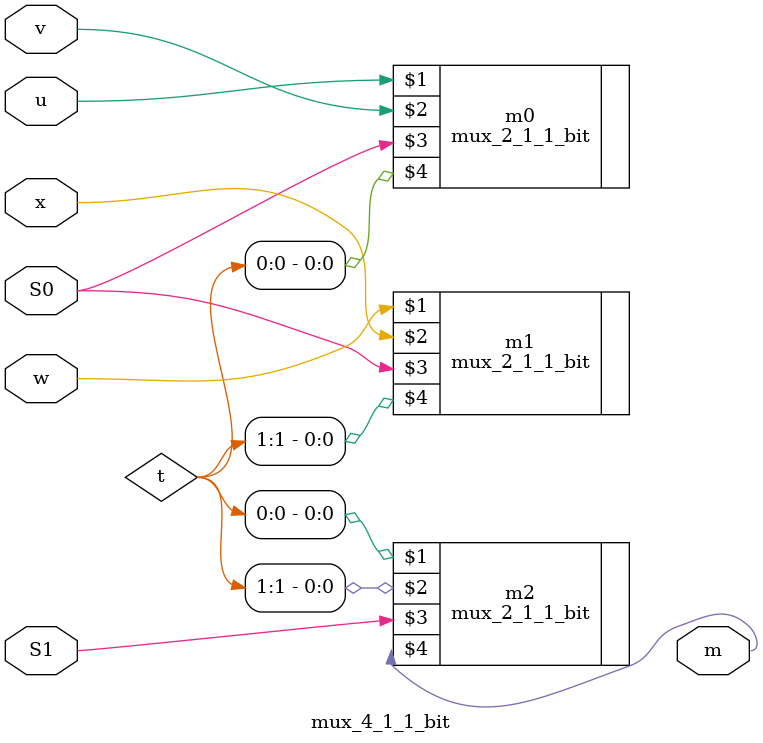
<source format=v>
module mux_4_1_1_bit(
	input u,
	input v,
	input w,
	input x,
	input S0,
	input S1,
	output m);
	
	wire [1:0]t;
	
	mux_2_1_1_bit m0(u, v, S0, t[0]);
	mux_2_1_1_bit m1(w, x, S0, t[1]);
	mux_2_1_1_bit m2(t[0], t[1], S1, m);
	
endmodule
</source>
